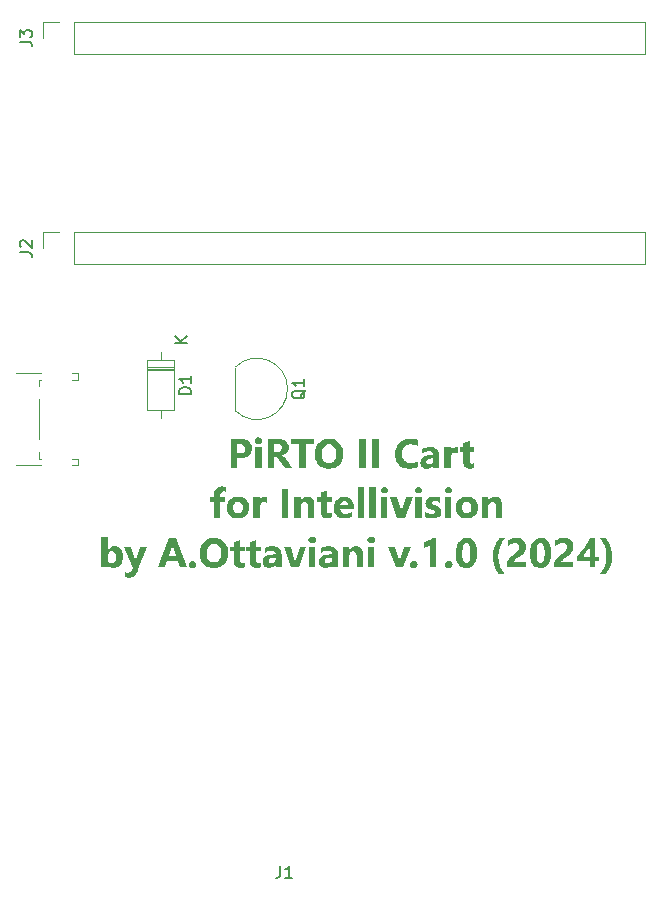
<source format=gbr>
%TF.GenerationSoftware,KiCad,Pcbnew,8.0.2*%
%TF.CreationDate,2024-05-12T16:12:48+02:00*%
%TF.ProjectId,PiRTOII_cart,50695254-4f49-4495-9f63-6172742e6b69,rev?*%
%TF.SameCoordinates,Original*%
%TF.FileFunction,Legend,Top*%
%TF.FilePolarity,Positive*%
%FSLAX46Y46*%
G04 Gerber Fmt 4.6, Leading zero omitted, Abs format (unit mm)*
G04 Created by KiCad (PCBNEW 8.0.2) date 2024-05-12 16:12:48*
%MOMM*%
%LPD*%
G01*
G04 APERTURE LIST*
%ADD10C,0.500000*%
%ADD11C,0.150000*%
%ADD12C,0.120000*%
%ADD13O,1.700000X1.700000*%
%ADD14R,1.700000X1.700000*%
%ADD15O,1.600000X1.600000*%
%ADD16R,1.600000X1.600000*%
%ADD17O,1.500000X1.050000*%
%ADD18R,1.500000X1.050000*%
%ADD19R,1.270000X8.840000*%
%ADD20C,1.750000*%
%ADD21C,2.100000*%
G04 APERTURE END LIST*
D10*
G36*
X109886858Y-144732508D02*
G01*
X110036901Y-144753438D01*
X110170575Y-144788322D01*
X110287882Y-144837158D01*
X110418828Y-144923979D01*
X110520676Y-145035606D01*
X110593424Y-145172038D01*
X110628888Y-145290641D01*
X110647985Y-145423198D01*
X110651622Y-145519321D01*
X110642220Y-145654890D01*
X110614013Y-145780413D01*
X110567001Y-145895889D01*
X110501184Y-146001319D01*
X110416562Y-146096702D01*
X110384176Y-146126264D01*
X110277802Y-146204911D01*
X110158805Y-146267286D01*
X110027186Y-146313389D01*
X109907861Y-146339379D01*
X109779771Y-146354068D01*
X109670987Y-146357684D01*
X109406594Y-146357684D01*
X109406594Y-147187500D01*
X108851552Y-147187500D01*
X108851552Y-145936976D01*
X109406594Y-145936976D01*
X109624581Y-145936976D01*
X109752290Y-145927286D01*
X109876968Y-145890077D01*
X109983031Y-145811396D01*
X110046669Y-145694731D01*
X110067449Y-145564500D01*
X110067882Y-145540081D01*
X110052297Y-145408104D01*
X109994720Y-145288643D01*
X109894717Y-145206347D01*
X109775234Y-145165388D01*
X109651854Y-145152115D01*
X109624581Y-145151735D01*
X109406594Y-145151735D01*
X109406594Y-145936976D01*
X108851552Y-145936976D01*
X108851552Y-144725532D01*
X109720446Y-144725532D01*
X109886858Y-144732508D01*
G37*
G36*
X111222540Y-145116320D02*
G01*
X111097518Y-145096323D01*
X110997226Y-145036331D01*
X110926622Y-144934944D01*
X110909909Y-144840326D01*
X110937537Y-144719597D01*
X110997226Y-144644931D01*
X111104607Y-144585853D01*
X111222540Y-144569216D01*
X111348630Y-144588145D01*
X111448464Y-144644931D01*
X111520861Y-144750342D01*
X111535171Y-144840326D01*
X111507736Y-144962621D01*
X111448464Y-145038773D01*
X111341519Y-145099281D01*
X111222540Y-145116320D01*
G37*
G36*
X111490596Y-147187500D02*
G01*
X110947767Y-147187500D01*
X110947767Y-145428951D01*
X111490596Y-145428951D01*
X111490596Y-147187500D01*
G37*
G36*
X113034423Y-144731435D02*
G01*
X113178858Y-144749145D01*
X113307537Y-144778662D01*
X113454597Y-144836383D01*
X113573647Y-144915094D01*
X113664684Y-145014795D01*
X113727711Y-145135485D01*
X113762725Y-145277165D01*
X113770603Y-145397199D01*
X113760681Y-145521153D01*
X113730914Y-145635336D01*
X113676517Y-145751535D01*
X113619783Y-145832562D01*
X113529065Y-145923946D01*
X113445150Y-145984603D01*
X113330257Y-146044321D01*
X113218004Y-146084132D01*
X113218004Y-146090849D01*
X113324250Y-146146414D01*
X113417808Y-146229812D01*
X113423778Y-146236174D01*
X113504922Y-146332010D01*
X113515980Y-146346693D01*
X113586839Y-146448007D01*
X113595970Y-146462098D01*
X114061252Y-147187500D01*
X113423778Y-147187500D01*
X113040928Y-146557353D01*
X112973487Y-146450750D01*
X112958496Y-146429125D01*
X112878506Y-146332650D01*
X112794243Y-146270978D01*
X112699598Y-146249607D01*
X112550000Y-146249607D01*
X112550000Y-147187500D01*
X111994958Y-147187500D01*
X111994958Y-145830730D01*
X112550000Y-145830730D01*
X112790579Y-145830730D01*
X112914427Y-145816133D01*
X113033956Y-145762204D01*
X113076954Y-145726927D01*
X113152087Y-145625330D01*
X113185146Y-145504332D01*
X113186863Y-145466198D01*
X113168368Y-145339623D01*
X113101935Y-145233034D01*
X112987189Y-145167051D01*
X112847153Y-145142624D01*
X112800349Y-145141355D01*
X112550000Y-145141355D01*
X112550000Y-145830730D01*
X111994958Y-145830730D01*
X111994958Y-144725532D01*
X112874232Y-144725532D01*
X113034423Y-144731435D01*
G37*
G36*
X115937037Y-145177381D02*
G01*
X115234839Y-145177381D01*
X115234839Y-147187500D01*
X114678576Y-147187500D01*
X114678576Y-145177381D01*
X113979431Y-145177381D01*
X113979431Y-144725532D01*
X115937037Y-144725532D01*
X115937037Y-145177381D01*
G37*
G36*
X117336444Y-144691834D02*
G01*
X117458861Y-144707977D01*
X117603001Y-144743289D01*
X117737272Y-144795417D01*
X117861674Y-144864361D01*
X117976208Y-144950121D01*
X118060729Y-145030835D01*
X118154488Y-145143806D01*
X118232355Y-145267481D01*
X118294331Y-145401859D01*
X118340416Y-145546941D01*
X118365842Y-145670713D01*
X118381097Y-145801335D01*
X118386183Y-145938808D01*
X118380907Y-146080020D01*
X118365078Y-146214230D01*
X118338698Y-146341437D01*
X118301766Y-146461640D01*
X118254282Y-146574841D01*
X118180088Y-146706494D01*
X118089406Y-146827206D01*
X118048517Y-146872426D01*
X117938163Y-146974452D01*
X117817762Y-147059186D01*
X117687313Y-147126627D01*
X117546817Y-147176776D01*
X117427186Y-147204444D01*
X117301124Y-147221045D01*
X117168632Y-147226578D01*
X117039345Y-147221216D01*
X116916184Y-147205131D01*
X116770846Y-147169943D01*
X116635078Y-147118000D01*
X116508881Y-147049301D01*
X116392255Y-146963846D01*
X116305844Y-146883417D01*
X116209975Y-146770920D01*
X116130354Y-146648286D01*
X116066983Y-146515514D01*
X116019861Y-146372606D01*
X115993862Y-146250981D01*
X115978263Y-146122868D01*
X115973063Y-145988267D01*
X115974153Y-145958958D01*
X116556804Y-145958958D01*
X116562836Y-146090291D01*
X116585121Y-146229947D01*
X116623827Y-146354994D01*
X116678954Y-146465432D01*
X116728384Y-146535371D01*
X116820853Y-146628069D01*
X116926679Y-146694282D01*
X117045862Y-146734009D01*
X117178402Y-146747252D01*
X117314453Y-146734391D01*
X117435620Y-146695808D01*
X117541904Y-146631504D01*
X117633304Y-146541477D01*
X117707035Y-146428324D01*
X117754269Y-146312974D01*
X117785374Y-146182371D01*
X117799198Y-146058287D01*
X117801832Y-145969338D01*
X117796100Y-145832195D01*
X117778905Y-145706987D01*
X117744356Y-145575996D01*
X117694205Y-145461251D01*
X117638799Y-145375828D01*
X117549765Y-145283130D01*
X117445695Y-145216918D01*
X117326588Y-145177190D01*
X117192446Y-145163948D01*
X117070271Y-145174379D01*
X116944810Y-145211845D01*
X116834462Y-145276560D01*
X116739226Y-145368523D01*
X116728384Y-145381934D01*
X116653318Y-145499743D01*
X116605228Y-145617289D01*
X116573560Y-145748334D01*
X116559485Y-145871403D01*
X116556804Y-145958958D01*
X115974153Y-145958958D01*
X115978349Y-145846120D01*
X115994205Y-145710937D01*
X116020633Y-145582719D01*
X116057632Y-145461466D01*
X116105202Y-145347177D01*
X116179531Y-145214111D01*
X116270376Y-145091927D01*
X116311340Y-145046100D01*
X116422418Y-144942491D01*
X116544229Y-144856442D01*
X116676774Y-144787955D01*
X116820052Y-144737028D01*
X116942402Y-144708931D01*
X117071622Y-144692072D01*
X117207711Y-144686453D01*
X117336444Y-144691834D01*
G37*
G36*
X120299825Y-147187500D02*
G01*
X119744783Y-147187500D01*
X119744783Y-144725532D01*
X120299825Y-144725532D01*
X120299825Y-147187500D01*
G37*
G36*
X121408688Y-147187500D02*
G01*
X120853646Y-147187500D01*
X120853646Y-144725532D01*
X121408688Y-144725532D01*
X121408688Y-147187500D01*
G37*
G36*
X124693143Y-147098351D02*
G01*
X124567208Y-147148315D01*
X124446751Y-147181373D01*
X124314745Y-147205416D01*
X124171191Y-147220442D01*
X124042740Y-147226077D01*
X123989113Y-147226578D01*
X123851088Y-147221388D01*
X123720637Y-147205818D01*
X123597762Y-147179867D01*
X123454821Y-147132831D01*
X123323716Y-147069576D01*
X123204448Y-146990102D01*
X123097016Y-146894408D01*
X123003610Y-146785208D01*
X122926035Y-146665216D01*
X122864291Y-146534430D01*
X122818379Y-146392852D01*
X122793049Y-146271818D01*
X122777850Y-146143877D01*
X122772784Y-146009028D01*
X122778489Y-145865201D01*
X122795606Y-145728339D01*
X122824132Y-145598442D01*
X122864070Y-145475510D01*
X122915418Y-145359542D01*
X122978177Y-145250539D01*
X123052347Y-145148501D01*
X123137927Y-145053428D01*
X123232600Y-144967418D01*
X123334046Y-144892876D01*
X123442267Y-144829802D01*
X123557262Y-144778196D01*
X123679030Y-144738059D01*
X123807572Y-144709389D01*
X123942889Y-144692187D01*
X124084979Y-144686453D01*
X124216312Y-144689651D01*
X124339659Y-144699247D01*
X124473472Y-144718527D01*
X124596415Y-144746514D01*
X124693143Y-144777433D01*
X124693143Y-145311714D01*
X124581650Y-145254137D01*
X124463553Y-145210702D01*
X124338852Y-145181408D01*
X124207549Y-145166256D01*
X124129553Y-145163948D01*
X124004195Y-145171590D01*
X123869827Y-145199823D01*
X123748258Y-145248860D01*
X123639485Y-145318701D01*
X123569626Y-145381324D01*
X123486592Y-145483551D01*
X123423951Y-145600563D01*
X123381705Y-145732359D01*
X123361727Y-145857095D01*
X123356524Y-145969338D01*
X123363587Y-146097537D01*
X123389679Y-146234296D01*
X123434997Y-146357265D01*
X123499541Y-146466442D01*
X123557414Y-146535982D01*
X123651965Y-146618303D01*
X123759840Y-146680405D01*
X123881038Y-146722287D01*
X124015560Y-146743951D01*
X124098412Y-146747252D01*
X124237901Y-146740269D01*
X124372131Y-146719319D01*
X124501102Y-146684403D01*
X124624813Y-146635520D01*
X124693143Y-146601317D01*
X124693143Y-147098351D01*
G37*
G36*
X125902861Y-145396452D02*
G01*
X126024076Y-145416190D01*
X126165126Y-145462978D01*
X126282668Y-145533160D01*
X126376702Y-145626735D01*
X126447227Y-145743705D01*
X126494244Y-145884068D01*
X126514079Y-146004693D01*
X126520691Y-146138476D01*
X126520691Y-147187500D01*
X126007170Y-147187500D01*
X126007170Y-146931655D01*
X126000453Y-146931655D01*
X125928082Y-147031883D01*
X125828564Y-147122606D01*
X125712800Y-147185105D01*
X125580791Y-147219378D01*
X125476552Y-147226578D01*
X125341237Y-147215131D01*
X125223117Y-147180790D01*
X125112039Y-147115782D01*
X125073552Y-147081864D01*
X124996272Y-146981997D01*
X124947614Y-146863286D01*
X124928294Y-146740336D01*
X124927006Y-146695961D01*
X124933323Y-146632458D01*
X125427093Y-146632458D01*
X125463157Y-146751641D01*
X125491207Y-146783278D01*
X125601560Y-146836171D01*
X125665841Y-146841896D01*
X125788542Y-146821910D01*
X125895884Y-146756142D01*
X125914358Y-146737482D01*
X125983606Y-146626947D01*
X126009986Y-146501992D01*
X126010834Y-146472479D01*
X126010834Y-146354631D01*
X125691486Y-146395542D01*
X125563679Y-146428107D01*
X125464273Y-146504116D01*
X125427093Y-146632458D01*
X124933323Y-146632458D01*
X124941809Y-146547155D01*
X124986218Y-146419399D01*
X125060233Y-146312692D01*
X125163855Y-146227034D01*
X125297082Y-146162425D01*
X125424981Y-146125893D01*
X125533339Y-146107336D01*
X126010834Y-146043832D01*
X125991294Y-145919345D01*
X125911915Y-145813753D01*
X125788267Y-145766236D01*
X125698203Y-145759289D01*
X125562115Y-145767792D01*
X125429009Y-145793300D01*
X125298882Y-145835813D01*
X125171735Y-145895331D01*
X125100418Y-145936976D01*
X125100418Y-145535197D01*
X125215690Y-145487545D01*
X125339795Y-145450795D01*
X125410607Y-145433836D01*
X125541595Y-145408806D01*
X125664214Y-145394165D01*
X125768423Y-145389872D01*
X125902861Y-145396452D01*
G37*
G36*
X128088119Y-145912552D02*
G01*
X127967777Y-145869103D01*
X127859752Y-145858818D01*
X127737850Y-145877194D01*
X127630402Y-145938573D01*
X127583147Y-145989488D01*
X127522496Y-146100256D01*
X127491491Y-146225026D01*
X127483618Y-146343640D01*
X127483618Y-147187500D01*
X126940788Y-147187500D01*
X126940788Y-145428951D01*
X127483618Y-145428951D01*
X127483618Y-145748909D01*
X127490335Y-145748909D01*
X127545905Y-145626893D01*
X127629077Y-145516447D01*
X127732002Y-145440362D01*
X127854677Y-145398638D01*
X127954396Y-145389872D01*
X128078747Y-145406923D01*
X128088119Y-145410633D01*
X128088119Y-145912552D01*
G37*
G36*
X129496179Y-147159412D02*
G01*
X129378289Y-147202899D01*
X129247051Y-147222380D01*
X129133478Y-147226578D01*
X128999097Y-147217295D01*
X128856317Y-147179582D01*
X128741533Y-147112860D01*
X128654745Y-147017128D01*
X128595953Y-146892385D01*
X128569077Y-146771705D01*
X128560118Y-146632458D01*
X128560118Y-145828899D01*
X128274965Y-145828899D01*
X128274965Y-145428951D01*
X128560118Y-145428951D01*
X128560118Y-145039994D01*
X129101116Y-144881847D01*
X129101116Y-145428951D01*
X129496179Y-145428951D01*
X129496179Y-145828899D01*
X129101116Y-145828899D01*
X129101116Y-146537203D01*
X129118359Y-146669438D01*
X129186267Y-146772287D01*
X129305692Y-146810488D01*
X129319103Y-146810755D01*
X129439793Y-146785646D01*
X129496179Y-146757632D01*
X129496179Y-147159412D01*
G37*
G36*
X108442446Y-149199084D02*
G01*
X108327192Y-149156129D01*
X108241557Y-149145961D01*
X108115225Y-149168952D01*
X108016968Y-149259496D01*
X107982514Y-149384668D01*
X107980217Y-149436610D01*
X107980217Y-149628951D01*
X108381996Y-149628951D01*
X108381996Y-150028899D01*
X107980217Y-150028899D01*
X107980217Y-151387500D01*
X107439219Y-151387500D01*
X107439219Y-150028899D01*
X107144296Y-150028899D01*
X107144296Y-149628951D01*
X107439219Y-149628951D01*
X107439219Y-149407911D01*
X107448569Y-149280039D01*
X107482152Y-149147852D01*
X107540160Y-149030548D01*
X107622592Y-148928128D01*
X107634613Y-148916372D01*
X107741431Y-148834895D01*
X107865881Y-148776696D01*
X107989237Y-148744869D01*
X108126092Y-148730865D01*
X108167673Y-148730137D01*
X108292555Y-148737796D01*
X108414110Y-148765667D01*
X108442446Y-148776543D01*
X108442446Y-149199084D01*
G37*
G36*
X109630394Y-149595865D02*
G01*
X109753389Y-149613843D01*
X109888822Y-149651238D01*
X110010989Y-149705892D01*
X110119889Y-149777806D01*
X110185119Y-149835336D01*
X110269784Y-149932945D01*
X110336931Y-150041674D01*
X110386562Y-150161522D01*
X110418676Y-150292490D01*
X110433274Y-150434578D01*
X110434247Y-150484412D01*
X110427971Y-150616196D01*
X110409143Y-150739066D01*
X110369980Y-150874742D01*
X110312743Y-150997582D01*
X110237431Y-151107584D01*
X110177181Y-151173787D01*
X110074334Y-151259697D01*
X109958135Y-151327832D01*
X109828584Y-151378193D01*
X109685681Y-151410779D01*
X109556395Y-151424357D01*
X109474372Y-151426578D01*
X109341577Y-151420586D01*
X109217965Y-151402607D01*
X109081752Y-151365212D01*
X108958762Y-151310558D01*
X108848996Y-151238645D01*
X108783165Y-151181114D01*
X108697671Y-151082904D01*
X108629865Y-150972373D01*
X108579747Y-150849519D01*
X108547318Y-150714343D01*
X108533806Y-150592285D01*
X108531595Y-150514942D01*
X108531921Y-150508225D01*
X109082363Y-150508225D01*
X109092336Y-150652997D01*
X109122255Y-150773231D01*
X109184487Y-150885122D01*
X109293392Y-150971004D01*
X109417856Y-151006338D01*
X109490859Y-151010755D01*
X109623458Y-150992616D01*
X109743484Y-150925601D01*
X109826168Y-150809207D01*
X109867320Y-150670139D01*
X109880656Y-150526536D01*
X109881037Y-150494792D01*
X109871436Y-150353890D01*
X109834571Y-150216332D01*
X109756616Y-150099312D01*
X109641028Y-150029100D01*
X109511999Y-150006173D01*
X109487806Y-150005696D01*
X109365672Y-150021208D01*
X109247379Y-150079541D01*
X109188608Y-150136976D01*
X109123865Y-150250721D01*
X109092738Y-150368859D01*
X109082466Y-150493333D01*
X109082363Y-150508225D01*
X108531921Y-150508225D01*
X108537960Y-150383879D01*
X108557057Y-150262029D01*
X108596777Y-150127970D01*
X108654830Y-150007177D01*
X108731216Y-149899650D01*
X108792324Y-149835336D01*
X108896767Y-149751917D01*
X109014089Y-149685757D01*
X109144292Y-149636856D01*
X109287374Y-149605214D01*
X109416448Y-149592030D01*
X109498186Y-149589872D01*
X109630394Y-149595865D01*
G37*
G36*
X111922907Y-150112552D02*
G01*
X111802565Y-150069103D01*
X111694540Y-150058818D01*
X111572638Y-150077194D01*
X111465189Y-150138573D01*
X111417935Y-150189488D01*
X111357284Y-150300256D01*
X111326279Y-150425026D01*
X111318406Y-150543640D01*
X111318406Y-151387500D01*
X110775576Y-151387500D01*
X110775576Y-149628951D01*
X111318406Y-149628951D01*
X111318406Y-149948909D01*
X111325123Y-149948909D01*
X111380693Y-149826893D01*
X111463865Y-149716447D01*
X111566789Y-149640362D01*
X111689465Y-149598638D01*
X111789184Y-149589872D01*
X111913535Y-149606923D01*
X111922907Y-149610633D01*
X111922907Y-150112552D01*
G37*
G36*
X113740684Y-151387500D02*
G01*
X113185642Y-151387500D01*
X113185642Y-148925532D01*
X113740684Y-148925532D01*
X113740684Y-151387500D01*
G37*
G36*
X115940091Y-151387500D02*
G01*
X115399093Y-151387500D01*
X115399093Y-150412971D01*
X115388832Y-150274561D01*
X115350923Y-150149276D01*
X115273395Y-150053821D01*
X115159383Y-150009275D01*
X115107223Y-150005696D01*
X114985990Y-150029443D01*
X114886760Y-150100686D01*
X114875192Y-150113773D01*
X114812999Y-150219026D01*
X114785633Y-150346720D01*
X114784212Y-150387325D01*
X114784212Y-151387500D01*
X114241382Y-151387500D01*
X114241382Y-149628951D01*
X114784212Y-149628951D01*
X114784212Y-149911662D01*
X114790929Y-149911662D01*
X114869969Y-149802304D01*
X114961460Y-149715571D01*
X115083935Y-149642980D01*
X115202403Y-149605270D01*
X115333321Y-149590186D01*
X115356351Y-149589872D01*
X115493165Y-149601168D01*
X115611737Y-149635057D01*
X115734300Y-149709189D01*
X115828360Y-149818621D01*
X115883085Y-149931583D01*
X115919569Y-150067138D01*
X115937811Y-150225285D01*
X115940091Y-150312831D01*
X115940091Y-151387500D01*
G37*
G36*
X117422035Y-151359412D02*
G01*
X117304145Y-151402899D01*
X117172907Y-151422380D01*
X117059334Y-151426578D01*
X116924953Y-151417295D01*
X116782173Y-151379582D01*
X116667389Y-151312860D01*
X116580601Y-151217128D01*
X116521809Y-151092385D01*
X116494933Y-150971705D01*
X116485974Y-150832458D01*
X116485974Y-150028899D01*
X116200820Y-150028899D01*
X116200820Y-149628951D01*
X116485974Y-149628951D01*
X116485974Y-149239994D01*
X117026972Y-149081847D01*
X117026972Y-149628951D01*
X117422035Y-149628951D01*
X117422035Y-150028899D01*
X117026972Y-150028899D01*
X117026972Y-150737203D01*
X117044215Y-150869438D01*
X117112123Y-150972287D01*
X117231547Y-151010488D01*
X117244959Y-151010755D01*
X117365649Y-150985646D01*
X117422035Y-150957632D01*
X117422035Y-151359412D01*
G37*
G36*
X118620165Y-149597901D02*
G01*
X118746003Y-149621986D01*
X118877294Y-149670380D01*
X118991872Y-149740630D01*
X119076780Y-149818239D01*
X119158863Y-149925922D01*
X119220785Y-150049149D01*
X119257815Y-150167144D01*
X119280033Y-150296559D01*
X119287439Y-150437395D01*
X119287439Y-150665762D01*
X118140109Y-150665762D01*
X118165439Y-150793589D01*
X118232976Y-150909294D01*
X118341418Y-150989002D01*
X118466927Y-151028672D01*
X118594474Y-151041529D01*
X118622488Y-151041896D01*
X118746020Y-151035994D01*
X118878970Y-151014794D01*
X119003143Y-150978177D01*
X119118538Y-150926142D01*
X119132345Y-150918553D01*
X119132345Y-151299572D01*
X119018773Y-151349060D01*
X118891234Y-151386393D01*
X118770799Y-151408718D01*
X118640103Y-151422113D01*
X118499146Y-151426578D01*
X118370623Y-151420839D01*
X118228714Y-151398800D01*
X118100243Y-151360231D01*
X117985211Y-151305134D01*
X117883616Y-151233507D01*
X117837858Y-151191495D01*
X117757966Y-151096812D01*
X117694604Y-150989078D01*
X117647771Y-150868293D01*
X117617467Y-150734455D01*
X117604840Y-150612954D01*
X117602774Y-150535703D01*
X117608976Y-150403888D01*
X117619797Y-150332370D01*
X118136445Y-150332370D01*
X118784299Y-150332370D01*
X118773544Y-150204336D01*
X118733811Y-150088443D01*
X118639707Y-149992417D01*
X118515429Y-149957097D01*
X118478385Y-149955626D01*
X118356569Y-149982645D01*
X118258448Y-150057054D01*
X118252460Y-150063703D01*
X118183371Y-150168022D01*
X118142799Y-150292910D01*
X118136445Y-150332370D01*
X117619797Y-150332370D01*
X117627580Y-150280929D01*
X117666277Y-150145067D01*
X117722835Y-150021955D01*
X117797253Y-149911595D01*
X117856787Y-149845106D01*
X117956163Y-149758366D01*
X118063783Y-149689573D01*
X118179645Y-149638725D01*
X118303751Y-149605824D01*
X118436100Y-149590869D01*
X118482049Y-149589872D01*
X118620165Y-149597901D01*
G37*
G36*
X120142900Y-151387500D02*
G01*
X119600070Y-151387500D01*
X119600070Y-148769216D01*
X120142900Y-148769216D01*
X120142900Y-151387500D01*
G37*
G36*
X121136968Y-151387500D02*
G01*
X120594139Y-151387500D01*
X120594139Y-148769216D01*
X121136968Y-148769216D01*
X121136968Y-151387500D01*
G37*
G36*
X121862980Y-149316320D02*
G01*
X121737958Y-149296323D01*
X121637666Y-149236331D01*
X121567062Y-149134944D01*
X121550349Y-149040326D01*
X121577977Y-148919597D01*
X121637666Y-148844931D01*
X121745048Y-148785853D01*
X121862980Y-148769216D01*
X121989071Y-148788145D01*
X122088905Y-148844931D01*
X122161301Y-148950342D01*
X122175611Y-149040326D01*
X122148177Y-149162621D01*
X122088905Y-149238773D01*
X121981959Y-149299281D01*
X121862980Y-149316320D01*
G37*
G36*
X122131037Y-151387500D02*
G01*
X121588207Y-151387500D01*
X121588207Y-149628951D01*
X122131037Y-149628951D01*
X122131037Y-151387500D01*
G37*
G36*
X124256560Y-149628951D02*
G01*
X123601989Y-151387500D01*
X122984055Y-151387500D01*
X122360625Y-149628951D01*
X122941312Y-149628951D01*
X123247227Y-150712779D01*
X123277438Y-150832642D01*
X123300120Y-150957556D01*
X123307066Y-151025409D01*
X123313783Y-151025409D01*
X123333818Y-150898175D01*
X123362211Y-150778033D01*
X123377286Y-150723159D01*
X123689917Y-149628951D01*
X124256560Y-149628951D01*
G37*
G36*
X124752373Y-149316320D02*
G01*
X124627351Y-149296323D01*
X124527059Y-149236331D01*
X124456455Y-149134944D01*
X124439742Y-149040326D01*
X124467370Y-148919597D01*
X124527059Y-148844931D01*
X124634441Y-148785853D01*
X124752373Y-148769216D01*
X124878463Y-148788145D01*
X124978298Y-148844931D01*
X125050694Y-148950342D01*
X125065004Y-149040326D01*
X125037570Y-149162621D01*
X124978298Y-149238773D01*
X124871352Y-149299281D01*
X124752373Y-149316320D01*
G37*
G36*
X125020430Y-151387500D02*
G01*
X124477600Y-151387500D01*
X124477600Y-149628951D01*
X125020430Y-149628951D01*
X125020430Y-151387500D01*
G37*
G36*
X125356874Y-151334377D02*
G01*
X125356874Y-150879474D01*
X125465423Y-150944846D01*
X125582097Y-150998341D01*
X125623709Y-151013197D01*
X125745282Y-151044753D01*
X125867862Y-151057118D01*
X125875280Y-151057161D01*
X126004118Y-151047391D01*
X126102425Y-151018082D01*
X126184036Y-150923446D01*
X126186079Y-150899624D01*
X126148221Y-150814139D01*
X126051134Y-150754300D01*
X125934755Y-150712331D01*
X125921686Y-150708504D01*
X125802541Y-150668433D01*
X125786131Y-150662098D01*
X125670240Y-150613030D01*
X125601117Y-150577224D01*
X125499943Y-150504700D01*
X125467394Y-150472199D01*
X125398716Y-150367147D01*
X125384962Y-150333592D01*
X125359617Y-150211721D01*
X125356874Y-150147356D01*
X125370962Y-150018521D01*
X125417043Y-149901208D01*
X125420988Y-149894565D01*
X125496245Y-149798089D01*
X125592568Y-149721153D01*
X125707668Y-149662382D01*
X125829438Y-149623643D01*
X125838033Y-149621624D01*
X125961418Y-149599919D01*
X126089011Y-149590368D01*
X126126239Y-149589872D01*
X126251188Y-149595214D01*
X126363155Y-149608801D01*
X126489928Y-149633262D01*
X126600070Y-149663145D01*
X126600070Y-150097897D01*
X126493214Y-150037142D01*
X126379030Y-149994094D01*
X126255501Y-149966937D01*
X126148221Y-149959289D01*
X126048081Y-149968449D01*
X125964428Y-149995926D01*
X125907642Y-150041721D01*
X125887492Y-150104614D01*
X125918022Y-150186435D01*
X125998622Y-150245664D01*
X126109753Y-150290239D01*
X126226912Y-150329242D01*
X126230653Y-150330539D01*
X126345671Y-150374760D01*
X126426047Y-150412360D01*
X126530407Y-150477438D01*
X126576257Y-150516774D01*
X126651523Y-150613518D01*
X126672732Y-150657213D01*
X126703036Y-150781918D01*
X126706316Y-150848333D01*
X126693343Y-150975926D01*
X126650651Y-151093439D01*
X126638538Y-151114558D01*
X126559617Y-151214392D01*
X126458409Y-151294077D01*
X126345432Y-151350579D01*
X126226187Y-151388546D01*
X126198901Y-151394827D01*
X126077918Y-151415385D01*
X125953106Y-151425462D01*
X125894208Y-151426578D01*
X125769362Y-151422166D01*
X125631689Y-151406319D01*
X125499359Y-151378947D01*
X125372372Y-151340049D01*
X125356874Y-151334377D01*
G37*
G36*
X127285171Y-149316320D02*
G01*
X127160150Y-149296323D01*
X127059857Y-149236331D01*
X126989254Y-149134944D01*
X126972541Y-149040326D01*
X127000168Y-148919597D01*
X127059857Y-148844931D01*
X127167239Y-148785853D01*
X127285171Y-148769216D01*
X127411262Y-148788145D01*
X127511096Y-148844931D01*
X127583492Y-148950342D01*
X127597802Y-149040326D01*
X127570368Y-149162621D01*
X127511096Y-149238773D01*
X127404150Y-149299281D01*
X127285171Y-149316320D01*
G37*
G36*
X127553228Y-151387500D02*
G01*
X127010398Y-151387500D01*
X127010398Y-149628951D01*
X127553228Y-149628951D01*
X127553228Y-151387500D01*
G37*
G36*
X128998852Y-149595865D02*
G01*
X129121847Y-149613843D01*
X129257280Y-149651238D01*
X129379446Y-149705892D01*
X129488347Y-149777806D01*
X129553577Y-149835336D01*
X129638241Y-149932945D01*
X129705389Y-150041674D01*
X129755020Y-150161522D01*
X129787134Y-150292490D01*
X129801731Y-150434578D01*
X129802705Y-150484412D01*
X129796429Y-150616196D01*
X129777600Y-150739066D01*
X129738438Y-150874742D01*
X129681201Y-150997582D01*
X129605889Y-151107584D01*
X129545639Y-151173787D01*
X129442792Y-151259697D01*
X129326593Y-151327832D01*
X129197042Y-151378193D01*
X129054138Y-151410779D01*
X128924852Y-151424357D01*
X128842830Y-151426578D01*
X128710035Y-151420586D01*
X128586423Y-151402607D01*
X128450210Y-151365212D01*
X128327220Y-151310558D01*
X128217454Y-151238645D01*
X128151623Y-151181114D01*
X128066128Y-151082904D01*
X127998322Y-150972373D01*
X127948205Y-150849519D01*
X127915776Y-150714343D01*
X127902264Y-150592285D01*
X127900053Y-150514942D01*
X127900379Y-150508225D01*
X128450820Y-150508225D01*
X128460793Y-150652997D01*
X128490713Y-150773231D01*
X128552944Y-150885122D01*
X128661850Y-150971004D01*
X128786314Y-151006338D01*
X128859317Y-151010755D01*
X128991916Y-150992616D01*
X129111942Y-150925601D01*
X129194626Y-150809207D01*
X129235777Y-150670139D01*
X129249113Y-150526536D01*
X129249494Y-150494792D01*
X129239894Y-150353890D01*
X129203029Y-150216332D01*
X129125074Y-150099312D01*
X129009485Y-150029100D01*
X128880456Y-150006173D01*
X128856264Y-150005696D01*
X128734130Y-150021208D01*
X128615837Y-150079541D01*
X128557066Y-150136976D01*
X128492323Y-150250721D01*
X128461196Y-150368859D01*
X128450924Y-150493333D01*
X128450820Y-150508225D01*
X127900379Y-150508225D01*
X127906418Y-150383879D01*
X127925515Y-150262029D01*
X127965235Y-150127970D01*
X128023288Y-150007177D01*
X128099674Y-149899650D01*
X128160782Y-149835336D01*
X128265224Y-149751917D01*
X128382547Y-149685757D01*
X128512749Y-149636856D01*
X128655832Y-149605214D01*
X128784906Y-149592030D01*
X128866644Y-149589872D01*
X128998852Y-149595865D01*
G37*
G36*
X131842743Y-151387500D02*
G01*
X131301745Y-151387500D01*
X131301745Y-150412971D01*
X131291484Y-150274561D01*
X131253575Y-150149276D01*
X131176047Y-150053821D01*
X131062035Y-150009275D01*
X131009875Y-150005696D01*
X130888642Y-150029443D01*
X130789412Y-150100686D01*
X130777844Y-150113773D01*
X130715650Y-150219026D01*
X130688285Y-150346720D01*
X130686864Y-150387325D01*
X130686864Y-151387500D01*
X130144034Y-151387500D01*
X130144034Y-149628951D01*
X130686864Y-149628951D01*
X130686864Y-149911662D01*
X130693580Y-149911662D01*
X130772621Y-149802304D01*
X130864111Y-149715571D01*
X130986587Y-149642980D01*
X131105054Y-149605270D01*
X131235972Y-149590186D01*
X131259003Y-149589872D01*
X131395817Y-149601168D01*
X131514389Y-149635057D01*
X131636952Y-149709189D01*
X131731011Y-149818621D01*
X131785737Y-149931583D01*
X131822221Y-150067138D01*
X131840463Y-150225285D01*
X131842743Y-150312831D01*
X131842743Y-151387500D01*
G37*
G36*
X98454134Y-154097618D02*
G01*
X98460851Y-154097618D01*
X98542174Y-153993033D01*
X98635475Y-153910085D01*
X98759466Y-153840662D01*
X98878720Y-153804598D01*
X99009953Y-153790173D01*
X99032990Y-153789872D01*
X99174069Y-153801004D01*
X99300247Y-153834401D01*
X99411524Y-153890062D01*
X99507899Y-153967988D01*
X99556280Y-154022513D01*
X99627895Y-154132475D01*
X99681920Y-154258799D01*
X99714227Y-154380100D01*
X99733611Y-154513422D01*
X99740073Y-154658766D01*
X99734825Y-154791361D01*
X99719083Y-154915519D01*
X99686339Y-155053371D01*
X99638483Y-155179073D01*
X99575514Y-155292624D01*
X99525139Y-155361575D01*
X99439680Y-155451635D01*
X99327118Y-155533154D01*
X99200706Y-155589312D01*
X99081330Y-155617262D01*
X98951779Y-155626578D01*
X98817466Y-155614716D01*
X98698229Y-155579128D01*
X98580420Y-155509404D01*
X98493491Y-155422975D01*
X98460851Y-155378672D01*
X98454134Y-155378672D01*
X98454134Y-155587500D01*
X97911305Y-155587500D01*
X97911305Y-154641669D01*
X98445586Y-154641669D01*
X98445586Y-154820577D01*
X98461710Y-154948033D01*
X98515138Y-155064105D01*
X98543283Y-155100235D01*
X98639704Y-155175786D01*
X98766098Y-155209784D01*
X98794242Y-155210755D01*
X98921325Y-155190748D01*
X99032642Y-155123919D01*
X99081228Y-155068483D01*
X99139631Y-154956674D01*
X99171688Y-154830737D01*
X99183409Y-154697611D01*
X99183810Y-154665483D01*
X99174686Y-154539629D01*
X99139653Y-154413004D01*
X99090387Y-154327817D01*
X98993331Y-154244336D01*
X98875790Y-154208677D01*
X98823552Y-154205696D01*
X98699863Y-154225649D01*
X98587397Y-154291766D01*
X98552442Y-154326596D01*
X98483257Y-154436920D01*
X98450699Y-154560225D01*
X98445586Y-154641669D01*
X97911305Y-154641669D01*
X97911305Y-152969216D01*
X98454134Y-152969216D01*
X98454134Y-154097618D01*
G37*
G36*
X101754466Y-153828951D02*
G01*
X101040055Y-155752974D01*
X100989450Y-155877046D01*
X100934261Y-155988914D01*
X100853546Y-156119088D01*
X100764684Y-156227566D01*
X100667673Y-156314349D01*
X100562515Y-156379435D01*
X100419610Y-156430285D01*
X100296120Y-156446556D01*
X100263974Y-156447234D01*
X100136331Y-156442617D01*
X100007061Y-156425252D01*
X99939131Y-156408155D01*
X99939131Y-155978288D01*
X100059478Y-156021168D01*
X100174825Y-156033243D01*
X100303806Y-156009577D01*
X100410281Y-155929778D01*
X100466695Y-155832964D01*
X100559508Y-155611313D01*
X99845097Y-153828951D01*
X100445935Y-153828951D01*
X100773831Y-154921327D01*
X100804421Y-155047143D01*
X100822069Y-155161296D01*
X100828785Y-155161296D01*
X100854567Y-155036145D01*
X100885572Y-154924380D01*
X101217131Y-153828951D01*
X101754466Y-153828951D01*
G37*
G36*
X105146999Y-155587500D02*
G01*
X104542498Y-155587500D01*
X104367254Y-155036732D01*
X103491643Y-155036732D01*
X103318231Y-155587500D01*
X102716783Y-155587500D01*
X103072486Y-154610528D01*
X103610101Y-154610528D01*
X104240247Y-154610528D01*
X103975854Y-153786819D01*
X103947077Y-153663904D01*
X103934333Y-153565169D01*
X103920900Y-153565169D01*
X103902975Y-153686176D01*
X103877547Y-153779492D01*
X103610101Y-154610528D01*
X103072486Y-154610528D01*
X103613154Y-153125532D01*
X104270778Y-153125532D01*
X105146999Y-155587500D01*
G37*
G36*
X105629989Y-155626578D02*
G01*
X105506952Y-155605360D01*
X105406507Y-155541704D01*
X105336947Y-155439847D01*
X105317358Y-155331655D01*
X105343208Y-155208987D01*
X105408949Y-155122217D01*
X105519666Y-155058374D01*
X105638538Y-155040396D01*
X105764628Y-155061156D01*
X105865683Y-155123438D01*
X105937275Y-155229891D01*
X105954222Y-155331655D01*
X105928717Y-155456097D01*
X105863852Y-155544146D01*
X105753145Y-155608466D01*
X105629989Y-155626578D01*
G37*
G36*
X107597260Y-153091834D02*
G01*
X107719678Y-153107977D01*
X107863817Y-153143289D01*
X107998088Y-153195417D01*
X108122490Y-153264361D01*
X108237024Y-153350121D01*
X108321545Y-153430835D01*
X108415304Y-153543806D01*
X108493171Y-153667481D01*
X108555147Y-153801859D01*
X108601232Y-153946941D01*
X108626658Y-154070713D01*
X108641914Y-154201335D01*
X108646999Y-154338808D01*
X108641723Y-154480020D01*
X108625895Y-154614230D01*
X108599515Y-154741437D01*
X108562582Y-154861640D01*
X108515098Y-154974841D01*
X108440904Y-155106494D01*
X108350222Y-155227206D01*
X108309333Y-155272426D01*
X108198980Y-155374452D01*
X108078579Y-155459186D01*
X107948130Y-155526627D01*
X107807634Y-155576776D01*
X107688002Y-155604444D01*
X107561941Y-155621045D01*
X107429448Y-155626578D01*
X107300162Y-155621216D01*
X107177000Y-155605131D01*
X107031662Y-155569943D01*
X106895895Y-155518000D01*
X106769697Y-155449301D01*
X106653071Y-155363846D01*
X106566660Y-155283417D01*
X106470791Y-155170920D01*
X106391171Y-155048286D01*
X106327799Y-154915514D01*
X106280677Y-154772606D01*
X106254678Y-154650981D01*
X106239079Y-154522868D01*
X106233880Y-154388267D01*
X106234970Y-154358958D01*
X106817620Y-154358958D01*
X106823652Y-154490291D01*
X106845937Y-154629947D01*
X106884644Y-154754994D01*
X106939771Y-154865432D01*
X106989201Y-154935371D01*
X107081669Y-155028069D01*
X107187495Y-155094282D01*
X107306678Y-155134009D01*
X107439218Y-155147252D01*
X107575269Y-155134391D01*
X107696436Y-155095808D01*
X107802720Y-155031504D01*
X107894120Y-154941477D01*
X107967851Y-154828324D01*
X108015085Y-154712974D01*
X108046190Y-154582371D01*
X108060015Y-154458287D01*
X108062648Y-154369338D01*
X108056916Y-154232195D01*
X108039722Y-154106987D01*
X108005173Y-153975996D01*
X107955021Y-153861251D01*
X107899616Y-153775828D01*
X107810582Y-153683130D01*
X107706511Y-153616918D01*
X107587405Y-153577190D01*
X107453262Y-153563948D01*
X107331087Y-153574379D01*
X107205626Y-153611845D01*
X107095278Y-153676560D01*
X107000042Y-153768523D01*
X106989201Y-153781934D01*
X106914134Y-153899743D01*
X106866045Y-154017289D01*
X106834376Y-154148334D01*
X106820301Y-154271403D01*
X106817620Y-154358958D01*
X106234970Y-154358958D01*
X106239165Y-154246120D01*
X106255022Y-154110937D01*
X106281450Y-153982719D01*
X106318449Y-153861466D01*
X106366019Y-153747177D01*
X106440347Y-153614111D01*
X106531193Y-153491927D01*
X106572156Y-153446100D01*
X106683234Y-153342491D01*
X106805045Y-153256442D01*
X106937590Y-153187955D01*
X107080868Y-153137028D01*
X107203218Y-153108931D01*
X107332438Y-153092072D01*
X107468527Y-153086453D01*
X107597260Y-153091834D01*
G37*
G36*
X110050785Y-155559412D02*
G01*
X109932895Y-155602899D01*
X109801657Y-155622380D01*
X109688084Y-155626578D01*
X109553703Y-155617295D01*
X109410923Y-155579582D01*
X109296139Y-155512860D01*
X109209351Y-155417128D01*
X109150559Y-155292385D01*
X109123683Y-155171705D01*
X109114724Y-155032458D01*
X109114724Y-154228899D01*
X108829570Y-154228899D01*
X108829570Y-153828951D01*
X109114724Y-153828951D01*
X109114724Y-153439994D01*
X109655722Y-153281847D01*
X109655722Y-153828951D01*
X110050785Y-153828951D01*
X110050785Y-154228899D01*
X109655722Y-154228899D01*
X109655722Y-154937203D01*
X109672965Y-155069438D01*
X109740873Y-155172287D01*
X109860297Y-155210488D01*
X109873709Y-155210755D01*
X109994399Y-155185646D01*
X110050785Y-155157632D01*
X110050785Y-155559412D01*
G37*
G36*
X111411217Y-155559412D02*
G01*
X111293327Y-155602899D01*
X111162090Y-155622380D01*
X111048517Y-155626578D01*
X110914135Y-155617295D01*
X110771355Y-155579582D01*
X110656571Y-155512860D01*
X110569783Y-155417128D01*
X110510992Y-155292385D01*
X110484115Y-155171705D01*
X110475157Y-155032458D01*
X110475157Y-154228899D01*
X110190003Y-154228899D01*
X110190003Y-153828951D01*
X110475157Y-153828951D01*
X110475157Y-153439994D01*
X111016155Y-153281847D01*
X111016155Y-153828951D01*
X111411217Y-153828951D01*
X111411217Y-154228899D01*
X111016155Y-154228899D01*
X111016155Y-154937203D01*
X111033398Y-155069438D01*
X111101306Y-155172287D01*
X111220730Y-155210488D01*
X111234141Y-155210755D01*
X111354832Y-155185646D01*
X111411217Y-155157632D01*
X111411217Y-155559412D01*
G37*
G36*
X112553768Y-153796452D02*
G01*
X112674983Y-153816190D01*
X112816033Y-153862978D01*
X112933575Y-153933160D01*
X113027609Y-154026735D01*
X113098134Y-154143705D01*
X113145151Y-154284068D01*
X113164986Y-154404693D01*
X113171598Y-154538476D01*
X113171598Y-155587500D01*
X112658077Y-155587500D01*
X112658077Y-155331655D01*
X112651360Y-155331655D01*
X112578989Y-155431883D01*
X112479471Y-155522606D01*
X112363707Y-155585105D01*
X112231698Y-155619378D01*
X112127459Y-155626578D01*
X111992144Y-155615131D01*
X111874024Y-155580790D01*
X111762946Y-155515782D01*
X111724459Y-155481864D01*
X111647179Y-155381997D01*
X111598521Y-155263286D01*
X111579201Y-155140336D01*
X111577913Y-155095961D01*
X111584230Y-155032458D01*
X112078000Y-155032458D01*
X112114064Y-155151641D01*
X112142114Y-155183278D01*
X112252467Y-155236171D01*
X112316748Y-155241896D01*
X112439449Y-155221910D01*
X112546791Y-155156142D01*
X112565265Y-155137482D01*
X112634513Y-155026947D01*
X112660893Y-154901992D01*
X112661741Y-154872479D01*
X112661741Y-154754631D01*
X112342393Y-154795542D01*
X112214586Y-154828107D01*
X112115181Y-154904116D01*
X112078000Y-155032458D01*
X111584230Y-155032458D01*
X111592716Y-154947155D01*
X111637125Y-154819399D01*
X111711141Y-154712692D01*
X111814762Y-154627034D01*
X111947989Y-154562425D01*
X112075888Y-154525893D01*
X112184246Y-154507336D01*
X112661741Y-154443832D01*
X112642201Y-154319345D01*
X112562822Y-154213753D01*
X112439174Y-154166236D01*
X112349110Y-154159289D01*
X112213023Y-154167792D01*
X112079916Y-154193300D01*
X111949789Y-154235813D01*
X111822643Y-154295331D01*
X111751325Y-154336976D01*
X111751325Y-153935197D01*
X111866597Y-153887545D01*
X111990703Y-153850795D01*
X112061514Y-153833836D01*
X112192502Y-153808806D01*
X112315121Y-153794165D01*
X112419330Y-153789872D01*
X112553768Y-153796452D01*
G37*
G36*
X115265980Y-153828951D02*
G01*
X114611409Y-155587500D01*
X113993475Y-155587500D01*
X113370045Y-153828951D01*
X113950732Y-153828951D01*
X114256647Y-154912779D01*
X114286858Y-155032642D01*
X114309540Y-155157556D01*
X114316486Y-155225409D01*
X114323203Y-155225409D01*
X114343238Y-155098175D01*
X114371631Y-154978033D01*
X114386706Y-154923159D01*
X114699337Y-153828951D01*
X115265980Y-153828951D01*
G37*
G36*
X115761793Y-153516320D02*
G01*
X115636771Y-153496323D01*
X115536479Y-153436331D01*
X115465875Y-153334944D01*
X115449162Y-153240326D01*
X115476790Y-153119597D01*
X115536479Y-153044931D01*
X115643861Y-152985853D01*
X115761793Y-152969216D01*
X115887883Y-152988145D01*
X115987718Y-153044931D01*
X116060114Y-153150342D01*
X116074424Y-153240326D01*
X116046990Y-153362621D01*
X115987718Y-153438773D01*
X115880772Y-153499281D01*
X115761793Y-153516320D01*
G37*
G36*
X116029850Y-155587500D02*
G01*
X115487020Y-155587500D01*
X115487020Y-153828951D01*
X116029850Y-153828951D01*
X116029850Y-155587500D01*
G37*
G36*
X117326273Y-153796452D02*
G01*
X117447488Y-153816190D01*
X117588539Y-153862978D01*
X117706081Y-153933160D01*
X117800114Y-154026735D01*
X117870639Y-154143705D01*
X117917656Y-154284068D01*
X117937491Y-154404693D01*
X117944103Y-154538476D01*
X117944103Y-155587500D01*
X117430582Y-155587500D01*
X117430582Y-155331655D01*
X117423866Y-155331655D01*
X117351494Y-155431883D01*
X117251976Y-155522606D01*
X117136212Y-155585105D01*
X117004203Y-155619378D01*
X116899965Y-155626578D01*
X116764650Y-155615131D01*
X116646529Y-155580790D01*
X116535451Y-155515782D01*
X116496964Y-155481864D01*
X116419684Y-155381997D01*
X116371026Y-155263286D01*
X116351706Y-155140336D01*
X116350418Y-155095961D01*
X116356735Y-155032458D01*
X116850506Y-155032458D01*
X116886570Y-155151641D01*
X116914619Y-155183278D01*
X117024972Y-155236171D01*
X117089253Y-155241896D01*
X117211954Y-155221910D01*
X117319296Y-155156142D01*
X117337770Y-155137482D01*
X117407018Y-155026947D01*
X117433398Y-154901992D01*
X117434246Y-154872479D01*
X117434246Y-154754631D01*
X117114898Y-154795542D01*
X116987091Y-154828107D01*
X116887686Y-154904116D01*
X116850506Y-155032458D01*
X116356735Y-155032458D01*
X116365221Y-154947155D01*
X116409631Y-154819399D01*
X116483646Y-154712692D01*
X116587267Y-154627034D01*
X116720495Y-154562425D01*
X116848393Y-154525893D01*
X116956751Y-154507336D01*
X117434246Y-154443832D01*
X117414707Y-154319345D01*
X117335328Y-154213753D01*
X117211680Y-154166236D01*
X117121615Y-154159289D01*
X116985528Y-154167792D01*
X116852421Y-154193300D01*
X116722294Y-154235813D01*
X116595148Y-154295331D01*
X116523831Y-154336976D01*
X116523831Y-153935197D01*
X116639102Y-153887545D01*
X116763208Y-153850795D01*
X116834019Y-153833836D01*
X116965007Y-153808806D01*
X117087626Y-153794165D01*
X117191835Y-153789872D01*
X117326273Y-153796452D01*
G37*
G36*
X120062910Y-155587500D02*
G01*
X119521912Y-155587500D01*
X119521912Y-154612971D01*
X119511651Y-154474561D01*
X119473742Y-154349276D01*
X119396214Y-154253821D01*
X119282202Y-154209275D01*
X119230041Y-154205696D01*
X119108809Y-154229443D01*
X119009579Y-154300686D01*
X118998011Y-154313773D01*
X118935817Y-154419026D01*
X118908452Y-154546720D01*
X118907030Y-154587325D01*
X118907030Y-155587500D01*
X118364201Y-155587500D01*
X118364201Y-153828951D01*
X118907030Y-153828951D01*
X118907030Y-154111662D01*
X118913747Y-154111662D01*
X118992787Y-154002304D01*
X119084278Y-153915571D01*
X119206754Y-153842980D01*
X119325221Y-153805270D01*
X119456139Y-153790186D01*
X119479169Y-153789872D01*
X119615983Y-153801168D01*
X119734556Y-153835057D01*
X119857118Y-153909189D01*
X119951178Y-154018621D01*
X120005904Y-154131583D01*
X120042387Y-154267138D01*
X120060629Y-154425285D01*
X120062910Y-154512831D01*
X120062910Y-155587500D01*
G37*
G36*
X120756559Y-153516320D02*
G01*
X120631537Y-153496323D01*
X120531245Y-153436331D01*
X120460641Y-153334944D01*
X120443928Y-153240326D01*
X120471556Y-153119597D01*
X120531245Y-153044931D01*
X120638627Y-152985853D01*
X120756559Y-152969216D01*
X120882650Y-152988145D01*
X120982484Y-153044931D01*
X121054880Y-153150342D01*
X121069190Y-153240326D01*
X121041756Y-153362621D01*
X120982484Y-153438773D01*
X120875538Y-153499281D01*
X120756559Y-153516320D01*
G37*
G36*
X121024616Y-155587500D02*
G01*
X120481786Y-155587500D01*
X120481786Y-153828951D01*
X121024616Y-153828951D01*
X121024616Y-155587500D01*
G37*
G36*
X124114898Y-153828951D02*
G01*
X123460328Y-155587500D01*
X122842393Y-155587500D01*
X122218963Y-153828951D01*
X122799651Y-153828951D01*
X123105565Y-154912779D01*
X123135777Y-155032642D01*
X123158459Y-155157556D01*
X123165404Y-155225409D01*
X123172121Y-155225409D01*
X123192157Y-155098175D01*
X123220550Y-154978033D01*
X123235624Y-154923159D01*
X123548255Y-153828951D01*
X124114898Y-153828951D01*
G37*
G36*
X124368300Y-155626578D02*
G01*
X124245263Y-155605360D01*
X124144818Y-155541704D01*
X124075258Y-155439847D01*
X124055670Y-155331655D01*
X124081519Y-155208987D01*
X124147261Y-155122217D01*
X124257977Y-155058374D01*
X124376849Y-155040396D01*
X124502939Y-155061156D01*
X124603995Y-155123438D01*
X124675586Y-155229891D01*
X124692533Y-155331655D01*
X124667028Y-155456097D01*
X124602163Y-155544146D01*
X124491456Y-155608466D01*
X124368300Y-155626578D01*
G37*
G36*
X126274005Y-153086453D02*
G01*
X126274005Y-155587500D01*
X125733007Y-155587500D01*
X125733007Y-153694007D01*
X125631172Y-153766284D01*
X125627372Y-153768501D01*
X125514439Y-153824266D01*
X125497313Y-153831393D01*
X125377996Y-153872706D01*
X125355041Y-153879021D01*
X125231667Y-153904169D01*
X125209106Y-153907109D01*
X125209106Y-153450375D01*
X125326014Y-153413371D01*
X125451379Y-153366026D01*
X125571974Y-153312120D01*
X125607222Y-153294670D01*
X125720864Y-153233669D01*
X125827470Y-153168971D01*
X125936610Y-153093533D01*
X125946109Y-153086453D01*
X126274005Y-153086453D01*
G37*
G36*
X127328524Y-155626578D02*
G01*
X127205486Y-155605360D01*
X127105041Y-155541704D01*
X127035481Y-155439847D01*
X127015893Y-155331655D01*
X127041742Y-155208987D01*
X127107484Y-155122217D01*
X127218201Y-155058374D01*
X127337072Y-155040396D01*
X127463163Y-155061156D01*
X127564218Y-155123438D01*
X127635809Y-155229891D01*
X127652756Y-155331655D01*
X127627251Y-155456097D01*
X127562386Y-155544146D01*
X127451680Y-155608466D01*
X127328524Y-155626578D01*
G37*
G36*
X129004804Y-153097460D02*
G01*
X129143138Y-153130481D01*
X129266382Y-153185516D01*
X129374535Y-153262565D01*
X129467596Y-153361628D01*
X129545567Y-153482706D01*
X129608446Y-153625797D01*
X129656234Y-153790903D01*
X129679709Y-153913203D01*
X129696477Y-154045287D01*
X129706538Y-154187156D01*
X129709891Y-154338808D01*
X129706228Y-154490114D01*
X129695237Y-154632319D01*
X129676919Y-154765422D01*
X129651273Y-154889423D01*
X129608912Y-155031625D01*
X129555103Y-155159605D01*
X129489844Y-155273363D01*
X129475418Y-155294408D01*
X129397181Y-155390102D01*
X129290191Y-155483525D01*
X129168905Y-155553592D01*
X129033321Y-155600303D01*
X128909414Y-155621388D01*
X128803140Y-155626578D01*
X128646004Y-155615754D01*
X128504324Y-155583280D01*
X128378100Y-155529157D01*
X128267332Y-155453385D01*
X128172020Y-155355964D01*
X128092164Y-155236894D01*
X128027764Y-155096175D01*
X127978820Y-154933806D01*
X127954778Y-154813534D01*
X127937604Y-154683639D01*
X127927300Y-154544122D01*
X127923866Y-154394984D01*
X127924188Y-154381550D01*
X128475244Y-154381550D01*
X128478276Y-154529738D01*
X128487373Y-154663350D01*
X128508935Y-154818826D01*
X128541278Y-154948389D01*
X128596867Y-155073904D01*
X128685811Y-155171076D01*
X128820237Y-155210755D01*
X128951332Y-155169849D01*
X129038072Y-155069671D01*
X129092284Y-154940275D01*
X129123825Y-154806705D01*
X129144853Y-154646420D01*
X129153724Y-154508676D01*
X129156681Y-154355905D01*
X129153783Y-154203025D01*
X129145089Y-154065182D01*
X129130599Y-153942377D01*
X129102263Y-153802028D01*
X129052353Y-153664185D01*
X128971209Y-153553911D01*
X128847240Y-153501280D01*
X128826954Y-153500444D01*
X128707427Y-153531421D01*
X128612630Y-153624350D01*
X128552524Y-153749116D01*
X128516803Y-153879905D01*
X128492074Y-154038229D01*
X128480739Y-154175041D01*
X128475587Y-154327342D01*
X128475244Y-154381550D01*
X127924188Y-154381550D01*
X127927577Y-154240061D01*
X127938711Y-154094641D01*
X127957268Y-153958724D01*
X127983247Y-153832309D01*
X128026160Y-153687654D01*
X128080670Y-153557846D01*
X128146778Y-153442886D01*
X128161392Y-153421676D01*
X128241027Y-153325103D01*
X128350364Y-153230821D01*
X128474727Y-153160110D01*
X128589842Y-153119189D01*
X128715393Y-153094637D01*
X128851378Y-153086453D01*
X129004804Y-153097460D01*
G37*
G36*
X132051570Y-156134603D02*
G01*
X131608880Y-156134603D01*
X131509688Y-156018011D01*
X131420252Y-155896524D01*
X131340573Y-155770143D01*
X131270651Y-155638867D01*
X131210485Y-155502697D01*
X131160076Y-155361632D01*
X131119424Y-155215673D01*
X131088528Y-155064820D01*
X131067389Y-154909072D01*
X131056006Y-154748430D01*
X131053838Y-154638616D01*
X131058716Y-154479748D01*
X131073351Y-154324401D01*
X131097742Y-154172575D01*
X131131890Y-154024269D01*
X131175795Y-153879484D01*
X131229456Y-153738219D01*
X131292874Y-153600474D01*
X131366049Y-153466250D01*
X131448980Y-153335547D01*
X131541667Y-153208364D01*
X131608880Y-153125532D01*
X132048517Y-153125532D01*
X131955545Y-153255659D01*
X131871717Y-153388212D01*
X131797035Y-153523191D01*
X131731497Y-153660595D01*
X131675104Y-153800425D01*
X131627856Y-153942681D01*
X131589753Y-154087363D01*
X131560794Y-154234470D01*
X131540981Y-154384004D01*
X131530312Y-154535962D01*
X131528279Y-154638616D01*
X131532879Y-154792042D01*
X131546676Y-154942741D01*
X131569673Y-155090715D01*
X131601867Y-155235962D01*
X131643260Y-155378482D01*
X131693852Y-155518277D01*
X131753642Y-155655345D01*
X131822630Y-155789687D01*
X131900817Y-155921302D01*
X131988203Y-156050192D01*
X132051570Y-156134603D01*
G37*
G36*
X132811776Y-155137482D02*
G01*
X133855914Y-155137482D01*
X133855914Y-155587500D01*
X132217044Y-155587500D01*
X132217044Y-155401875D01*
X132224548Y-155276777D01*
X132249850Y-155150839D01*
X132280547Y-155063599D01*
X132337485Y-154946693D01*
X132405104Y-154840066D01*
X132439916Y-154794321D01*
X132521225Y-154701717D01*
X132615325Y-154612359D01*
X132650575Y-154583051D01*
X132748683Y-154506298D01*
X132848610Y-154431585D01*
X132867951Y-154417576D01*
X132969770Y-154342319D01*
X133057850Y-154270420D01*
X133149871Y-154182359D01*
X133195237Y-154129980D01*
X133263358Y-154024880D01*
X133278890Y-153989541D01*
X133305401Y-153867403D01*
X133306367Y-153837500D01*
X133289304Y-153714498D01*
X133222703Y-153605048D01*
X133217219Y-153599973D01*
X133104409Y-153539523D01*
X132977907Y-153520082D01*
X132944277Y-153519373D01*
X132806441Y-153532317D01*
X132671293Y-153571148D01*
X132557591Y-153625037D01*
X132445865Y-153697945D01*
X132336113Y-153789872D01*
X132336113Y-153299555D01*
X132459453Y-153227133D01*
X132588589Y-153169696D01*
X132723521Y-153127242D01*
X132864250Y-153099772D01*
X132985951Y-153088326D01*
X133060903Y-153086453D01*
X133184814Y-153092225D01*
X133309621Y-153111688D01*
X133396127Y-153135301D01*
X133509226Y-153181944D01*
X133614346Y-153247728D01*
X133647697Y-153275130D01*
X133733572Y-153368877D01*
X133797713Y-153479529D01*
X133804623Y-153495560D01*
X133841772Y-153614554D01*
X133858118Y-153745002D01*
X133858967Y-153784377D01*
X133851582Y-153906737D01*
X133826916Y-154027084D01*
X133806455Y-154086627D01*
X133754379Y-154197474D01*
X133683798Y-154306122D01*
X133667847Y-154326596D01*
X133580656Y-154424028D01*
X133488626Y-154507943D01*
X133467568Y-154525043D01*
X133366672Y-154602531D01*
X133262738Y-154677914D01*
X133232484Y-154699066D01*
X133131829Y-154771337D01*
X133073726Y-154814471D01*
X132977148Y-154892815D01*
X132938782Y-154928044D01*
X132857252Y-155020071D01*
X132845970Y-155036732D01*
X132811776Y-155137482D01*
G37*
G36*
X135286730Y-153097460D02*
G01*
X135425064Y-153130481D01*
X135548308Y-153185516D01*
X135656461Y-153262565D01*
X135749522Y-153361628D01*
X135827493Y-153482706D01*
X135890372Y-153625797D01*
X135938160Y-153790903D01*
X135961635Y-153913203D01*
X135978403Y-154045287D01*
X135988464Y-154187156D01*
X135991817Y-154338808D01*
X135988154Y-154490114D01*
X135977163Y-154632319D01*
X135958845Y-154765422D01*
X135933199Y-154889423D01*
X135890838Y-155031625D01*
X135837029Y-155159605D01*
X135771770Y-155273363D01*
X135757344Y-155294408D01*
X135679107Y-155390102D01*
X135572118Y-155483525D01*
X135450831Y-155553592D01*
X135315247Y-155600303D01*
X135191340Y-155621388D01*
X135085066Y-155626578D01*
X134927930Y-155615754D01*
X134786250Y-155583280D01*
X134660026Y-155529157D01*
X134549258Y-155453385D01*
X134453946Y-155355964D01*
X134374090Y-155236894D01*
X134309690Y-155096175D01*
X134260746Y-154933806D01*
X134236704Y-154813534D01*
X134219530Y-154683639D01*
X134209226Y-154544122D01*
X134205792Y-154394984D01*
X134206114Y-154381550D01*
X134757170Y-154381550D01*
X134760202Y-154529738D01*
X134769299Y-154663350D01*
X134790861Y-154818826D01*
X134823204Y-154948389D01*
X134878793Y-155073904D01*
X134967737Y-155171076D01*
X135102163Y-155210755D01*
X135233258Y-155169849D01*
X135319998Y-155069671D01*
X135374210Y-154940275D01*
X135405752Y-154806705D01*
X135426779Y-154646420D01*
X135435650Y-154508676D01*
X135438607Y-154355905D01*
X135435709Y-154203025D01*
X135427015Y-154065182D01*
X135412525Y-153942377D01*
X135384189Y-153802028D01*
X135334279Y-153664185D01*
X135253136Y-153553911D01*
X135129166Y-153501280D01*
X135108880Y-153500444D01*
X134989353Y-153531421D01*
X134894556Y-153624350D01*
X134834450Y-153749116D01*
X134798729Y-153879905D01*
X134774000Y-154038229D01*
X134762665Y-154175041D01*
X134757513Y-154327342D01*
X134757170Y-154381550D01*
X134206114Y-154381550D01*
X134209503Y-154240061D01*
X134220637Y-154094641D01*
X134239194Y-153958724D01*
X134265173Y-153832309D01*
X134308086Y-153687654D01*
X134362596Y-153557846D01*
X134428704Y-153442886D01*
X134443318Y-153421676D01*
X134522953Y-153325103D01*
X134632290Y-153230821D01*
X134756653Y-153160110D01*
X134871768Y-153119189D01*
X134997319Y-153094637D01*
X135133304Y-153086453D01*
X135286730Y-153097460D01*
G37*
G36*
X136836898Y-155137482D02*
G01*
X137881036Y-155137482D01*
X137881036Y-155587500D01*
X136242166Y-155587500D01*
X136242166Y-155401875D01*
X136249670Y-155276777D01*
X136274972Y-155150839D01*
X136305670Y-155063599D01*
X136362607Y-154946693D01*
X136430226Y-154840066D01*
X136465038Y-154794321D01*
X136546347Y-154701717D01*
X136640447Y-154612359D01*
X136675697Y-154583051D01*
X136773805Y-154506298D01*
X136873732Y-154431585D01*
X136893074Y-154417576D01*
X136994892Y-154342319D01*
X137082972Y-154270420D01*
X137174993Y-154182359D01*
X137220359Y-154129980D01*
X137288480Y-154024880D01*
X137304012Y-153989541D01*
X137330523Y-153867403D01*
X137331489Y-153837500D01*
X137314426Y-153714498D01*
X137247826Y-153605048D01*
X137242341Y-153599973D01*
X137129531Y-153539523D01*
X137003029Y-153520082D01*
X136969399Y-153519373D01*
X136831563Y-153532317D01*
X136696415Y-153571148D01*
X136582713Y-153625037D01*
X136470987Y-153697945D01*
X136361235Y-153789872D01*
X136361235Y-153299555D01*
X136484575Y-153227133D01*
X136613711Y-153169696D01*
X136748644Y-153127242D01*
X136889372Y-153099772D01*
X137011073Y-153088326D01*
X137086025Y-153086453D01*
X137209936Y-153092225D01*
X137334743Y-153111688D01*
X137421249Y-153135301D01*
X137534348Y-153181944D01*
X137639468Y-153247728D01*
X137672819Y-153275130D01*
X137758694Y-153368877D01*
X137822835Y-153479529D01*
X137829745Y-153495560D01*
X137866894Y-153614554D01*
X137883240Y-153745002D01*
X137884089Y-153784377D01*
X137876704Y-153906737D01*
X137852038Y-154027084D01*
X137831577Y-154086627D01*
X137779501Y-154197474D01*
X137708920Y-154306122D01*
X137692969Y-154326596D01*
X137605778Y-154424028D01*
X137513749Y-154507943D01*
X137492690Y-154525043D01*
X137391794Y-154602531D01*
X137287860Y-154677914D01*
X137257606Y-154699066D01*
X137156951Y-154771337D01*
X137098848Y-154814471D01*
X137002270Y-154892815D01*
X136963904Y-154928044D01*
X136882374Y-155020071D01*
X136871092Y-155036732D01*
X136836898Y-155137482D01*
G37*
G36*
X139747662Y-154674031D02*
G01*
X140042585Y-154674031D01*
X140042585Y-155079474D01*
X139747662Y-155079474D01*
X139747662Y-155587500D01*
X139253070Y-155587500D01*
X139253070Y-155079474D01*
X138179623Y-155079474D01*
X138179623Y-154674031D01*
X138665666Y-154674031D01*
X139253070Y-154674031D01*
X139253070Y-153816128D01*
X139190483Y-153928022D01*
X139126816Y-154034309D01*
X139122400Y-154041442D01*
X139054959Y-154147246D01*
X138984298Y-154251708D01*
X138974633Y-154265535D01*
X138901969Y-154367672D01*
X138828231Y-154466857D01*
X138818318Y-154479858D01*
X138740771Y-154579998D01*
X138665666Y-154674031D01*
X138179623Y-154674031D01*
X138179623Y-154655102D01*
X138260472Y-154563091D01*
X138342963Y-154466346D01*
X138427096Y-154364868D01*
X138474546Y-154306446D01*
X138559887Y-154199102D01*
X138634285Y-154102225D01*
X138707310Y-154003975D01*
X138770080Y-153916878D01*
X138839994Y-153816586D01*
X138915729Y-153703393D01*
X138988372Y-153589812D01*
X139035083Y-153513878D01*
X139101222Y-153400952D01*
X139161565Y-153290925D01*
X139221815Y-153172071D01*
X139243911Y-153125532D01*
X139747662Y-153125532D01*
X139747662Y-154674031D01*
G37*
G36*
X140595795Y-156134603D02*
G01*
X140156158Y-156134603D01*
X140250003Y-156008154D01*
X140334617Y-155878850D01*
X140410001Y-155746690D01*
X140476154Y-155611676D01*
X140533077Y-155473806D01*
X140580768Y-155333081D01*
X140619230Y-155189502D01*
X140648460Y-155043067D01*
X140668460Y-154893777D01*
X140679229Y-154741632D01*
X140681280Y-154638616D01*
X140676665Y-154485559D01*
X140662819Y-154334820D01*
X140639742Y-154186399D01*
X140607435Y-154040297D01*
X140565897Y-153896514D01*
X140515128Y-153755048D01*
X140455129Y-153615902D01*
X140385899Y-153479073D01*
X140307438Y-153344563D01*
X140219747Y-153212371D01*
X140156158Y-153125532D01*
X140598848Y-153125532D01*
X140698368Y-153250679D01*
X140788098Y-153379282D01*
X140868040Y-153511341D01*
X140938193Y-153646857D01*
X140998557Y-153785828D01*
X141049133Y-153928256D01*
X141089919Y-154074140D01*
X141120917Y-154223480D01*
X141142126Y-154376276D01*
X141153547Y-154532528D01*
X141155722Y-154638616D01*
X141150801Y-154801380D01*
X141136037Y-154959485D01*
X141111431Y-155112933D01*
X141076982Y-155261722D01*
X141032691Y-155405852D01*
X140978558Y-155545325D01*
X140914582Y-155680139D01*
X140840763Y-155810295D01*
X140757102Y-155935792D01*
X140663599Y-156056632D01*
X140595795Y-156134603D01*
G37*
D11*
X91014819Y-128883333D02*
X91729104Y-128883333D01*
X91729104Y-128883333D02*
X91871961Y-128930952D01*
X91871961Y-128930952D02*
X91967200Y-129026190D01*
X91967200Y-129026190D02*
X92014819Y-129169047D01*
X92014819Y-129169047D02*
X92014819Y-129264285D01*
X91110057Y-128454761D02*
X91062438Y-128407142D01*
X91062438Y-128407142D02*
X91014819Y-128311904D01*
X91014819Y-128311904D02*
X91014819Y-128073809D01*
X91014819Y-128073809D02*
X91062438Y-127978571D01*
X91062438Y-127978571D02*
X91110057Y-127930952D01*
X91110057Y-127930952D02*
X91205295Y-127883333D01*
X91205295Y-127883333D02*
X91300533Y-127883333D01*
X91300533Y-127883333D02*
X91443390Y-127930952D01*
X91443390Y-127930952D02*
X92014819Y-128502380D01*
X92014819Y-128502380D02*
X92014819Y-127883333D01*
X91004819Y-111083333D02*
X91719104Y-111083333D01*
X91719104Y-111083333D02*
X91861961Y-111130952D01*
X91861961Y-111130952D02*
X91957200Y-111226190D01*
X91957200Y-111226190D02*
X92004819Y-111369047D01*
X92004819Y-111369047D02*
X92004819Y-111464285D01*
X91004819Y-110702380D02*
X91004819Y-110083333D01*
X91004819Y-110083333D02*
X91385771Y-110416666D01*
X91385771Y-110416666D02*
X91385771Y-110273809D01*
X91385771Y-110273809D02*
X91433390Y-110178571D01*
X91433390Y-110178571D02*
X91481009Y-110130952D01*
X91481009Y-110130952D02*
X91576247Y-110083333D01*
X91576247Y-110083333D02*
X91814342Y-110083333D01*
X91814342Y-110083333D02*
X91909580Y-110130952D01*
X91909580Y-110130952D02*
X91957200Y-110178571D01*
X91957200Y-110178571D02*
X92004819Y-110273809D01*
X92004819Y-110273809D02*
X92004819Y-110559523D01*
X92004819Y-110559523D02*
X91957200Y-110654761D01*
X91957200Y-110654761D02*
X91909580Y-110702380D01*
X105499819Y-140888094D02*
X104499819Y-140888094D01*
X104499819Y-140888094D02*
X104499819Y-140649999D01*
X104499819Y-140649999D02*
X104547438Y-140507142D01*
X104547438Y-140507142D02*
X104642676Y-140411904D01*
X104642676Y-140411904D02*
X104737914Y-140364285D01*
X104737914Y-140364285D02*
X104928390Y-140316666D01*
X104928390Y-140316666D02*
X105071247Y-140316666D01*
X105071247Y-140316666D02*
X105261723Y-140364285D01*
X105261723Y-140364285D02*
X105356961Y-140411904D01*
X105356961Y-140411904D02*
X105452200Y-140507142D01*
X105452200Y-140507142D02*
X105499819Y-140649999D01*
X105499819Y-140649999D02*
X105499819Y-140888094D01*
X105499819Y-139364285D02*
X105499819Y-139935713D01*
X105499819Y-139649999D02*
X104499819Y-139649999D01*
X104499819Y-139649999D02*
X104642676Y-139745237D01*
X104642676Y-139745237D02*
X104737914Y-139840475D01*
X104737914Y-139840475D02*
X104785533Y-139935713D01*
X105179819Y-136601904D02*
X104179819Y-136601904D01*
X105179819Y-136030476D02*
X104608390Y-136459047D01*
X104179819Y-136030476D02*
X104751247Y-136601904D01*
X115185057Y-140565238D02*
X115137438Y-140660476D01*
X115137438Y-140660476D02*
X115042200Y-140755714D01*
X115042200Y-140755714D02*
X114899342Y-140898571D01*
X114899342Y-140898571D02*
X114851723Y-140993809D01*
X114851723Y-140993809D02*
X114851723Y-141089047D01*
X115089819Y-141041428D02*
X115042200Y-141136666D01*
X115042200Y-141136666D02*
X114946961Y-141231904D01*
X114946961Y-141231904D02*
X114756485Y-141279523D01*
X114756485Y-141279523D02*
X114423152Y-141279523D01*
X114423152Y-141279523D02*
X114232676Y-141231904D01*
X114232676Y-141231904D02*
X114137438Y-141136666D01*
X114137438Y-141136666D02*
X114089819Y-141041428D01*
X114089819Y-141041428D02*
X114089819Y-140850952D01*
X114089819Y-140850952D02*
X114137438Y-140755714D01*
X114137438Y-140755714D02*
X114232676Y-140660476D01*
X114232676Y-140660476D02*
X114423152Y-140612857D01*
X114423152Y-140612857D02*
X114756485Y-140612857D01*
X114756485Y-140612857D02*
X114946961Y-140660476D01*
X114946961Y-140660476D02*
X115042200Y-140755714D01*
X115042200Y-140755714D02*
X115089819Y-140850952D01*
X115089819Y-140850952D02*
X115089819Y-141041428D01*
X115089819Y-139660476D02*
X115089819Y-140231904D01*
X115089819Y-139946190D02*
X114089819Y-139946190D01*
X114089819Y-139946190D02*
X114232676Y-140041428D01*
X114232676Y-140041428D02*
X114327914Y-140136666D01*
X114327914Y-140136666D02*
X114375533Y-140231904D01*
X113066666Y-180854819D02*
X113066666Y-181569104D01*
X113066666Y-181569104D02*
X113019047Y-181711961D01*
X113019047Y-181711961D02*
X112923809Y-181807200D01*
X112923809Y-181807200D02*
X112780952Y-181854819D01*
X112780952Y-181854819D02*
X112685714Y-181854819D01*
X114066666Y-181854819D02*
X113495238Y-181854819D01*
X113780952Y-181854819D02*
X113780952Y-180854819D01*
X113780952Y-180854819D02*
X113685714Y-180997676D01*
X113685714Y-180997676D02*
X113590476Y-181092914D01*
X113590476Y-181092914D02*
X113495238Y-181140533D01*
D12*
%TO.C,J2*%
X143920000Y-129880000D02*
X143920000Y-127220000D01*
X95600000Y-129880000D02*
X143920000Y-129880000D01*
X95600000Y-129880000D02*
X95600000Y-127220000D01*
X95600000Y-127220000D02*
X143920000Y-127220000D01*
X93000000Y-128550000D02*
X93000000Y-127220000D01*
X93000000Y-127220000D02*
X94330000Y-127220000D01*
%TO.C,J3*%
X143910000Y-112080000D02*
X143910000Y-109420000D01*
X95590000Y-112080000D02*
X143910000Y-112080000D01*
X95590000Y-112080000D02*
X95590000Y-109420000D01*
X95590000Y-109420000D02*
X143910000Y-109420000D01*
X92990000Y-110750000D02*
X92990000Y-109420000D01*
X92990000Y-109420000D02*
X94320000Y-109420000D01*
%TO.C,D1*%
X104045000Y-142270000D02*
X104045000Y-138030000D01*
X104045000Y-138870000D02*
X101805000Y-138870000D01*
X104045000Y-138750000D02*
X101805000Y-138750000D01*
X104045000Y-138630000D02*
X101805000Y-138630000D01*
X104045000Y-138030000D02*
X101805000Y-138030000D01*
X102925000Y-142920000D02*
X102925000Y-142270000D01*
X102925000Y-137380000D02*
X102925000Y-138030000D01*
X101805000Y-142270000D02*
X104045000Y-142270000D01*
X101805000Y-138030000D02*
X101805000Y-142270000D01*
%TO.C,Q1*%
X113675000Y-140470000D02*
G75*
G02*
X109236522Y-142308478I-2600000J0D01*
G01*
X109236522Y-138631522D02*
G75*
G02*
X113675001Y-140470000I1838478J-1838478D01*
G01*
X109225000Y-138670000D02*
X109225000Y-142270000D01*
%TO.C,SW1*%
X92595000Y-146365000D02*
X92595000Y-145825000D01*
X92595000Y-144725000D02*
X92595000Y-141325000D01*
X92595000Y-140225000D02*
X92595000Y-139685000D01*
X90725000Y-146885000D02*
X92825000Y-146885000D01*
X92595000Y-146365000D02*
X92825000Y-146365000D01*
X92595000Y-139685000D02*
X92825000Y-139685000D01*
X90725000Y-139165000D02*
X92825000Y-139165000D01*
X95425000Y-146885000D02*
X95935000Y-146885000D01*
X95425000Y-146365000D02*
X95935000Y-146365000D01*
X95935000Y-146885000D02*
X95935000Y-146365000D01*
X95425000Y-139685000D02*
X95935000Y-139685000D01*
X95425000Y-139165000D02*
X95935000Y-139165000D01*
X95935000Y-139685000D02*
X95935000Y-139165000D01*
%TD*%
%LPC*%
D13*
%TO.C,J2*%
X142590000Y-128550000D03*
X140050000Y-128550000D03*
X137510000Y-128550000D03*
X134970000Y-128550000D03*
X132430000Y-128550000D03*
X129890000Y-128550000D03*
X127350000Y-128550000D03*
X124810000Y-128550000D03*
X122270000Y-128550000D03*
X119730000Y-128550000D03*
X117190000Y-128550000D03*
X114650000Y-128550000D03*
X112110000Y-128550000D03*
X109570000Y-128550000D03*
X107030000Y-128550000D03*
X104490000Y-128550000D03*
X101950000Y-128550000D03*
X99410000Y-128550000D03*
X96870000Y-128550000D03*
D14*
X94330000Y-128550000D03*
%TD*%
D13*
%TO.C,J3*%
X142580000Y-110750000D03*
X140040000Y-110750000D03*
X137500000Y-110750000D03*
X134960000Y-110750000D03*
X132420000Y-110750000D03*
X129880000Y-110750000D03*
X127340000Y-110750000D03*
X124800000Y-110750000D03*
X122260000Y-110750000D03*
X119720000Y-110750000D03*
X117180000Y-110750000D03*
X114640000Y-110750000D03*
X112100000Y-110750000D03*
X109560000Y-110750000D03*
X107020000Y-110750000D03*
X104480000Y-110750000D03*
X101940000Y-110750000D03*
X99400000Y-110750000D03*
X96860000Y-110750000D03*
D14*
X94320000Y-110750000D03*
%TD*%
D15*
%TO.C,D1*%
X102925000Y-143960000D03*
D16*
X102925000Y-136340000D03*
%TD*%
D17*
%TO.C,Q1*%
X111075000Y-141740000D03*
X111075000Y-140470000D03*
D18*
X111075000Y-139200000D03*
%TD*%
D19*
%TO.C,J1*%
X91325700Y-187960000D03*
X93865700Y-187960000D03*
X96405700Y-187960000D03*
X98945700Y-187960000D03*
X101485700Y-187960000D03*
X104025700Y-187960000D03*
X106565700Y-187960000D03*
X109105700Y-187960000D03*
X111645700Y-187960000D03*
X114185700Y-187960000D03*
X116725700Y-187960000D03*
X119265700Y-187960000D03*
X121805700Y-187960000D03*
X124345700Y-187960000D03*
X126885700Y-187960000D03*
X129425700Y-187960000D03*
X131965700Y-187960000D03*
X134505700Y-187960000D03*
X137045700Y-187960000D03*
X139585700Y-187960000D03*
X142125700Y-187960000D03*
X144665700Y-187960000D03*
%TD*%
D20*
%TO.C,SW1*%
X91625000Y-140775000D03*
X91625000Y-145275000D03*
D21*
X94115000Y-139515000D03*
X94115000Y-146525000D03*
%TD*%
%LPD*%
M02*

</source>
